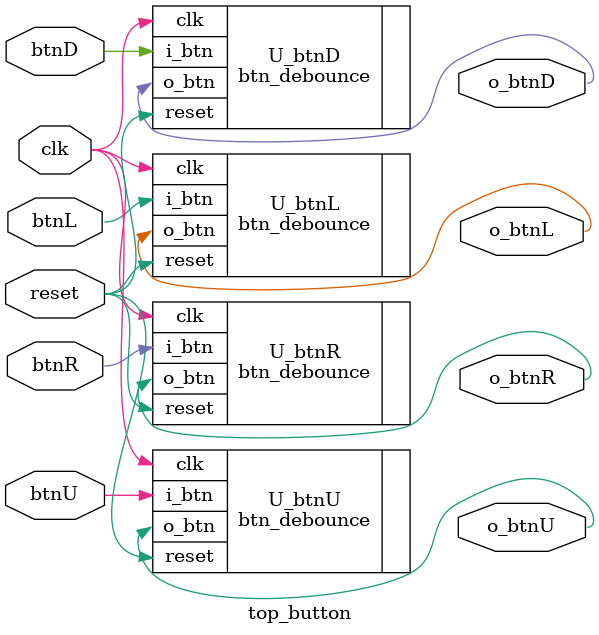
<source format=v>
`timescale 1ns / 1ps

module top_button(
    input clk,
    input reset,
    input btnL, 
    input btnR, 
    input btnU, 
    input btnD,
    output o_btnL, 
    output o_btnR, 
    output o_btnU, 
    output o_btnD
    );

    btn_debounce U_btnL(
        .clk(clk),
        .reset(reset),
        .i_btn(btnL),
        .o_btn(o_btnL)
    );

    btn_debounce U_btnR(
        .clk(clk),
        .reset(reset),
        .i_btn(btnR),
        .o_btn(o_btnR)
    );

    btn_debounce U_btnU(
        .clk(clk),
        .reset(reset),
        .i_btn(btnU),
        .o_btn(o_btnU)
    );

    btn_debounce U_btnD(
        .clk(clk),
        .reset(reset),
        .i_btn(btnD),
        .o_btn(o_btnD)
    );

endmodule

</source>
